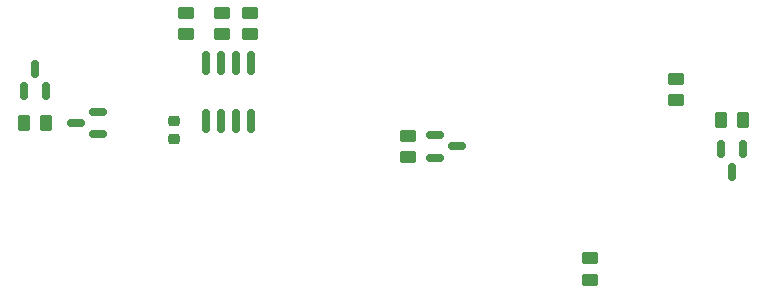
<source format=gbr>
%TF.GenerationSoftware,KiCad,Pcbnew,6.0.11-2627ca5db0~126~ubuntu22.04.1*%
%TF.CreationDate,2023-02-15T16:19:53+03:00*%
%TF.ProjectId,train_barrier,74726169-6e5f-4626-9172-726965722e6b,rev?*%
%TF.SameCoordinates,Original*%
%TF.FileFunction,Paste,Bot*%
%TF.FilePolarity,Positive*%
%FSLAX46Y46*%
G04 Gerber Fmt 4.6, Leading zero omitted, Abs format (unit mm)*
G04 Created by KiCad (PCBNEW 6.0.11-2627ca5db0~126~ubuntu22.04.1) date 2023-02-15 16:19:53*
%MOMM*%
%LPD*%
G01*
G04 APERTURE LIST*
G04 Aperture macros list*
%AMRoundRect*
0 Rectangle with rounded corners*
0 $1 Rounding radius*
0 $2 $3 $4 $5 $6 $7 $8 $9 X,Y pos of 4 corners*
0 Add a 4 corners polygon primitive as box body*
4,1,4,$2,$3,$4,$5,$6,$7,$8,$9,$2,$3,0*
0 Add four circle primitives for the rounded corners*
1,1,$1+$1,$2,$3*
1,1,$1+$1,$4,$5*
1,1,$1+$1,$6,$7*
1,1,$1+$1,$8,$9*
0 Add four rect primitives between the rounded corners*
20,1,$1+$1,$2,$3,$4,$5,0*
20,1,$1+$1,$4,$5,$6,$7,0*
20,1,$1+$1,$6,$7,$8,$9,0*
20,1,$1+$1,$8,$9,$2,$3,0*%
G04 Aperture macros list end*
%ADD10RoundRect,0.150000X-0.150000X0.587500X-0.150000X-0.587500X0.150000X-0.587500X0.150000X0.587500X0*%
%ADD11RoundRect,0.150000X0.150000X-0.587500X0.150000X0.587500X-0.150000X0.587500X-0.150000X-0.587500X0*%
%ADD12RoundRect,0.250000X0.450000X-0.262500X0.450000X0.262500X-0.450000X0.262500X-0.450000X-0.262500X0*%
%ADD13RoundRect,0.250000X-0.450000X0.262500X-0.450000X-0.262500X0.450000X-0.262500X0.450000X0.262500X0*%
%ADD14RoundRect,0.150000X0.587500X0.150000X-0.587500X0.150000X-0.587500X-0.150000X0.587500X-0.150000X0*%
%ADD15RoundRect,0.225000X-0.250000X0.225000X-0.250000X-0.225000X0.250000X-0.225000X0.250000X0.225000X0*%
%ADD16RoundRect,0.150000X-0.150000X0.825000X-0.150000X-0.825000X0.150000X-0.825000X0.150000X0.825000X0*%
%ADD17RoundRect,0.250000X-0.262500X-0.450000X0.262500X-0.450000X0.262500X0.450000X-0.262500X0.450000X0*%
%ADD18RoundRect,0.150000X-0.587500X-0.150000X0.587500X-0.150000X0.587500X0.150000X-0.587500X0.150000X0*%
%ADD19RoundRect,0.250000X0.262500X0.450000X-0.262500X0.450000X-0.262500X-0.450000X0.262500X-0.450000X0*%
G04 APERTURE END LIST*
D10*
%TO.C,Q4*%
X126250000Y-39862500D03*
X128150000Y-39862500D03*
X127200000Y-41737500D03*
%TD*%
D11*
%TO.C,Q2*%
X69150000Y-34937500D03*
X67250000Y-34937500D03*
X68200000Y-33062500D03*
%TD*%
D12*
%TO.C,R9*%
X99800000Y-40512500D03*
X99800000Y-38687500D03*
%TD*%
%TO.C,R7*%
X84000000Y-30112500D03*
X84000000Y-28287500D03*
%TD*%
D13*
%TO.C,R8*%
X122500000Y-33887500D03*
X122500000Y-35712500D03*
%TD*%
D14*
%TO.C,Q1*%
X73537500Y-36650000D03*
X73537500Y-38550000D03*
X71662500Y-37600000D03*
%TD*%
D15*
%TO.C,C4*%
X80000000Y-37425000D03*
X80000000Y-38975000D03*
%TD*%
D13*
%TO.C,R3*%
X115200000Y-49087500D03*
X115200000Y-50912500D03*
%TD*%
D12*
%TO.C,R2*%
X81000000Y-30112500D03*
X81000000Y-28287500D03*
%TD*%
D16*
%TO.C,U2*%
X82695000Y-32525000D03*
X83965000Y-32525000D03*
X85235000Y-32525000D03*
X86505000Y-32525000D03*
X86505000Y-37475000D03*
X85235000Y-37475000D03*
X83965000Y-37475000D03*
X82695000Y-37475000D03*
%TD*%
D17*
%TO.C,R4*%
X126287500Y-37400000D03*
X128112500Y-37400000D03*
%TD*%
D12*
%TO.C,R5*%
X86400000Y-30112500D03*
X86400000Y-28287500D03*
%TD*%
D18*
%TO.C,Q6*%
X102062500Y-40550000D03*
X102062500Y-38650000D03*
X103937500Y-39600000D03*
%TD*%
D19*
%TO.C,R1*%
X69112500Y-37600000D03*
X67287500Y-37600000D03*
%TD*%
M02*

</source>
